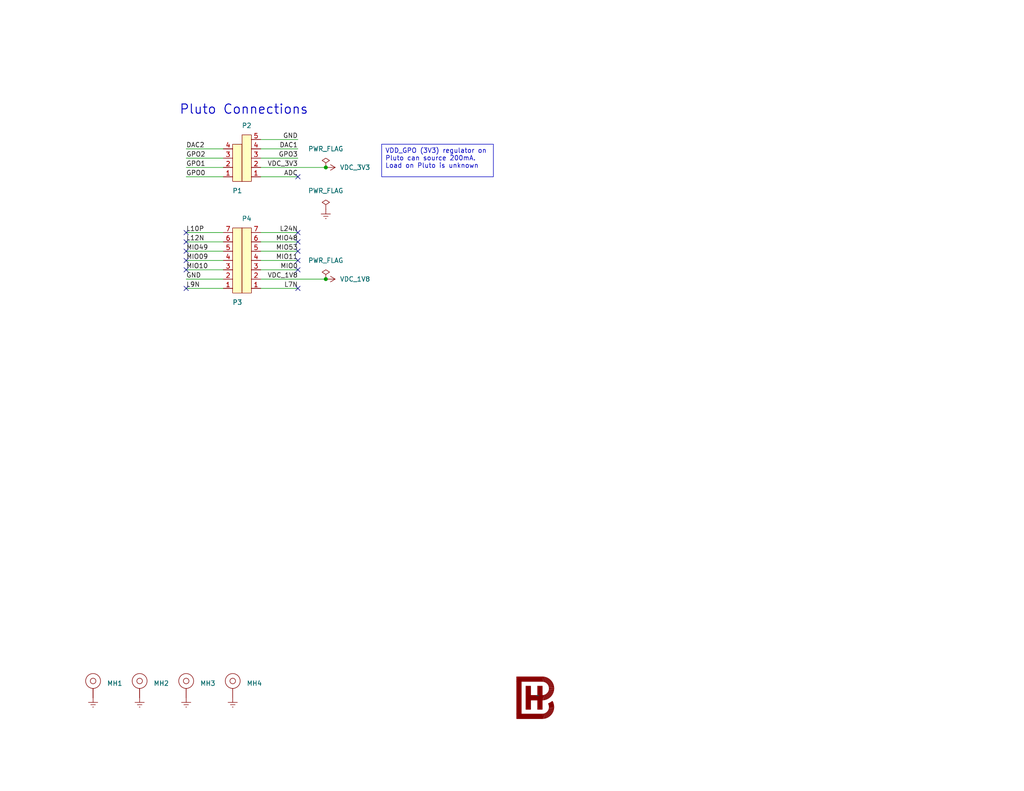
<source format=kicad_sch>
(kicad_sch (version 20231120) (generator "eeschema") (generator_version "8.0")
  (paper "A")
  (title_block (title "${PROJECT_NAME}") (rev "${PCB_REVISION}") (company "BRENDANHAINES.COM"))
  (lib_symbols
    (symbol "bh:GND" (power) (pin_names (offset 0))
      (symbol "GND_0_1"
        (polyline (pts (xy -0.635 -1.905) (xy 0.635 -1.905)))
        (polyline (pts (xy -0.127 -2.54) (xy 0.127 -2.54)))
        (polyline (pts (xy 0 -1.27) (xy 0 0)))
        (polyline (pts (xy 1.27 -1.27) (xy -1.27 -1.27)))
      )
      (symbol "GND_1_1"
        (pin power_in line (at 0 0 90) (length 0) hide (name "GND") (number "1"))
      )
    )
    (symbol "bh:Header_1_4" (pin_names (offset 1.016) hide)
      (property "Reference" "P" (at 0 0 0))
      (property "Value" "Header_1_4" (at 0 0 0))
      (symbol "Header_1_4_0_1"
        (rectangle (start 0 0) (end 2.54 -10.16) (fill (type background)))
      )
      (symbol "Header_1_4_1_1"
        (pin passive line (at -2.54 -1.27 0) (length 2.54) (name "~") (number "1"))
        (pin passive line (at -2.54 -3.81 0) (length 2.54) (name "~") (number "2"))
        (pin passive line (at -2.54 -6.35 0) (length 2.54) (name "~") (number "3"))
        (pin passive line (at -2.54 -8.89 0) (length 2.54) (name "~") (number "4"))
      )
    )
    (symbol "bh:Header_1_5" (pin_names (offset 1.016) hide)
      (property "Reference" "P" (at 0 0 0))
      (property "Value" "Header_1_5" (at 0 0 0))
      (symbol "Header_1_5_0_1"
        (rectangle (start 0 0) (end 2.54 -12.7) (fill (type background)))
      )
      (symbol "Header_1_5_1_1"
        (pin passive line (at -2.54 -1.27 0) (length 2.54) (name "~") (number "1"))
        (pin passive line (at -2.54 -3.81 0) (length 2.54) (name "~") (number "2"))
        (pin passive line (at -2.54 -6.35 0) (length 2.54) (name "~") (number "3"))
        (pin passive line (at -2.54 -8.89 0) (length 2.54) (name "~") (number "4"))
        (pin passive line (at -2.54 -11.43 0) (length 2.54) (name "~") (number "5"))
      )
    )
    (symbol "bh:Header_1_7" (pin_names (offset 1.016) hide)
      (property "Reference" "P" (at 0 0 0))
      (property "Value" "Header_1_7" (at 0 0 0))
      (symbol "Header_1_7_0_1"
        (rectangle (start 0 0) (end 2.54 -17.78) (fill (type background)))
      )
      (symbol "Header_1_7_1_1"
        (pin passive line (at -2.54 -1.27 0) (length 2.54) (name "~") (number "1"))
        (pin passive line (at -2.54 -3.81 0) (length 2.54) (name "~") (number "2"))
        (pin passive line (at -2.54 -6.35 0) (length 2.54) (name "~") (number "3"))
        (pin passive line (at -2.54 -8.89 0) (length 2.54) (name "~") (number "4"))
        (pin passive line (at -2.54 -11.43 0) (length 2.54) (name "~") (number "5"))
        (pin passive line (at -2.54 -13.97 0) (length 2.54) (name "~") (number "6"))
        (pin passive line (at -2.54 -16.51 0) (length 2.54) (name "~") (number "7"))
      )
    )
    (symbol "bh:LOGO_BH" (in_bom no)
      (symbol "LOGO_BH_0_1"
        (rectangle (start -5.08 -4.445) (end 1.905 -5.715) (fill (type outline)))
        (rectangle (start -5.08 4.445) (end -3.81 -4.445) (fill (type outline)))
        (rectangle (start -5.08 5.715) (end 1.905 4.445) (fill (type outline)))
        (rectangle (start -2.54 3.175) (end -1.27 -3.175) (fill (type outline)))
        (rectangle (start -1.27 0.635) (end 0.635 -0.635) (fill (type outline)))
        (polyline (pts (xy 1.905 0.635) (xy 1.905 -0.635)))
        (polyline (pts (xy 3.7084 -1.8542) (xy 3.7084 -1.6002)))
        (polyline (pts (xy 4.6482 -0.9906) (xy 4.572 -1.1684)))
        (polyline (pts (xy 4.7244 -1.1176) (xy 4.4704 -1.1684)))
        (polyline (pts (xy 4.8006 -1.2446) (xy 4.2418 -1.2954)))
        (polyline (pts (xy 4.8514 -1.3716) (xy 4.064 -1.4224)))
        (polyline (pts (xy 4.953 -2.54) (xy 4.9022 -1.778)))
        (polyline (pts (xy 3.81 -2.54) (xy 3.81 -2.3622) (xy 3.7846 -2.2098) (xy 3.7338 -2.032) (xy 3.683 -1.8796) (xy 3.6322 -1.7272) (xy 3.5814 -1.6002) (xy 3.7338 -1.524) (xy 3.8862 -1.4478) (xy 4.1148 -1.3208) (xy 4.2926 -1.2192) (xy 4.4704 -1.0922) (xy 4.6482 -0.9652) (xy 4.7498 -1.143) (xy 4.8514 -1.3462) (xy 4.9276 -1.5748) (xy 4.9784 -1.778) (xy 5.0292 -1.9812) (xy 5.0546 -2.1844) (xy 5.08 -2.54)))
        (rectangle (start 0.635 3.175) (end 1.905 -3.175) (fill (type outline)))
        (arc (start 1.905 -5.715) (mid 4.1501 -4.7851) (end 5.08 -2.54))
        (arc (start 1.905 -5.588) (mid 4.0603 -4.6953) (end 4.953 -2.54))
        (arc (start 1.905 -5.461) (mid 3.9705 -4.6055) (end 4.826 -2.54))
        (arc (start 1.905 -5.334) (mid 3.8807 -4.5157) (end 4.699 -2.54))
        (arc (start 1.905 -5.207) (mid 3.7909 -4.4259) (end 4.572 -2.54))
        (arc (start 1.905 -5.08) (mid 3.7011 -4.3361) (end 4.445 -2.54))
        (arc (start 1.905 -4.953) (mid 3.6112 -4.2462) (end 4.318 -2.54))
        (arc (start 1.905 -4.826) (mid 3.5214 -4.1564) (end 4.191 -2.54))
        (arc (start 1.905 -4.699) (mid 3.4316 -4.0666) (end 4.064 -2.54))
        (arc (start 1.905 -4.572) (mid 3.3418 -3.9768) (end 3.937 -2.54))
        (arc (start 1.905 -4.445) (mid 3.252 -3.887) (end 3.81 -2.54))
        (arc (start 1.905 -0.635) (mid 4.1501 0.2949) (end 5.08 2.54))
        (arc (start 1.905 -0.508) (mid 4.0603 0.3847) (end 4.953 2.54))
        (arc (start 1.905 -0.381) (mid 3.9705 0.4745) (end 4.826 2.54))
        (arc (start 1.905 -0.254) (mid 3.8807 0.5643) (end 4.699 2.54))
        (arc (start 1.905 -0.127) (mid 3.7909 0.6541) (end 4.572 2.54))
        (arc (start 1.905 0) (mid 3.7011 0.7439) (end 4.445 2.54))
        (arc (start 1.905 0.127) (mid 3.6112 0.8338) (end 4.318 2.54))
        (arc (start 1.905 0.254) (mid 3.5214 0.9236) (end 4.191 2.54))
        (arc (start 1.905 0.381) (mid 3.4316 1.0134) (end 4.064 2.54))
        (arc (start 1.905 0.508) (mid 3.3418 1.1032) (end 3.937 2.54))
        (arc (start 1.905 0.635) (mid 3.252 1.193) (end 3.81 2.54))
        (rectangle (start 3.81 -1.524) (end 4.826 -2.54) (fill (type outline)))
        (arc (start 3.81 2.54) (mid 3.252 3.887) (end 1.905 4.445))
        (arc (start 3.937 2.54) (mid 3.3418 3.9768) (end 1.905 4.572))
        (arc (start 4.064 2.54) (mid 3.4316 4.0666) (end 1.905 4.699))
        (arc (start 4.191 2.54) (mid 3.5214 4.1564) (end 1.905 4.826))
        (arc (start 4.318 2.54) (mid 3.6112 4.2462) (end 1.905 4.953))
        (arc (start 4.445 2.54) (mid 3.7011 4.3361) (end 1.905 5.08))
        (arc (start 4.572 2.54) (mid 3.7909 4.4259) (end 1.905 5.207))
        (arc (start 4.699 2.54) (mid 3.8807 4.5157) (end 1.905 5.334))
        (arc (start 4.826 2.54) (mid 3.9705 4.6055) (end 1.905 5.461))
        (arc (start 4.953 2.54) (mid 4.0603 4.6953) (end 1.905 5.588))
        (arc (start 5.08 2.54) (mid 4.1501 4.7851) (end 1.905 5.715))
      )
    )
    (symbol "bh:Mounting_Hole" (pin_numbers hide) (pin_names (offset 0.762) hide)
      (property "Reference" "MH" (at 0 7.62 0))
      (symbol "Mounting_Hole_0_1"
        (circle (center 0 4.572) (radius 0.762))
        (circle (center 0 4.572) (radius 2.032))
      )
      (symbol "Mounting_Hole_1_1"
        (pin passive line (at 0 0 90) (length 2.54) (name "1") (number "1"))
      )
    )
    (symbol "bh:PWR_FLAG" (power) (pin_numbers hide) (pin_names (offset 0) hide)
      (property "Value" "PWR_FLAG" (at 0 3.81 0))
      (symbol "PWR_FLAG_0_0"
        (pin power_out line (at 0 0 90) (length 0) (name "pwr") (number "1"))
      )
      (symbol "PWR_FLAG_0_1"
        (polyline (pts (xy 0 0) (xy 0 1.27) (xy -1.016 1.905) (xy 0 2.54) (xy 1.016 1.905) (xy 0 1.27)))
      )
    )
    (symbol "bh:VDC_1V8" (power) (pin_names (offset 0))
      (property "Value" "VDC_1V8" (at 0 3.556 0))
      (symbol "VDC_1V8_0_1"
        (polyline (pts (xy -0.762 1.27) (xy 0 2.54)))
        (polyline (pts (xy 0 0) (xy 0 2.54)))
        (polyline (pts (xy 0 2.54) (xy 0.762 1.27)))
      )
      (symbol "VDC_1V8_1_1"
        (pin power_in line (at 0 0 90) (length 0) hide (name "VDC_1V8") (number "1"))
      )
    )
    (symbol "bh:VDC_3V3" (power) (pin_names (offset 0))
      (property "Value" "VDC_3V3" (at 0 3.556 0))
      (symbol "VDC_3V3_0_1"
        (polyline (pts (xy -0.762 1.27) (xy 0 2.54)))
        (polyline (pts (xy 0 0) (xy 0 2.54)))
        (polyline (pts (xy 0 2.54) (xy 0.762 1.27)))
      )
      (symbol "VDC_3V3_1_1"
        (pin power_in line (at 0 0 90) (length 0) hide (name "VDC_3V3") (number "1"))
      )
    )
  )
  (junction (at 88.9 45.72))
  (junction (at 88.9 76.2))
  (no_connect (at 81.28 78.74))
  (no_connect (at 50.8 63.5))
  (no_connect (at 81.28 63.5))
  (no_connect (at 81.28 73.66))
  (no_connect (at 81.28 48.26))
  (no_connect (at 50.8 68.58))
  (no_connect (at 50.8 73.66))
  (no_connect (at 50.8 71.12))
  (no_connect (at 81.28 71.12))
  (no_connect (at 81.28 66.04))
  (no_connect (at 81.28 68.58))
  (no_connect (at 50.8 66.04))
  (no_connect (at 50.8 78.74))
  (wire (pts (xy 71.12 48.26) (xy 81.28 48.26)))
  (wire (pts (xy 71.12 68.58) (xy 81.28 68.58)))
  (wire (pts (xy 71.12 73.66) (xy 81.28 73.66)))
  (wire (pts (xy 50.8 40.64) (xy 60.96 40.64)))
  (wire (pts (xy 50.8 71.12) (xy 60.96 71.12)))
  (wire (pts (xy 50.8 43.18) (xy 60.96 43.18)))
  (wire (pts (xy 71.12 71.12) (xy 81.28 71.12)))
  (wire (pts (xy 71.12 38.1) (xy 81.28 38.1)))
  (wire (pts (xy 50.8 66.04) (xy 60.96 66.04)))
  (wire (pts (xy 50.8 73.66) (xy 60.96 73.66)))
  (wire (pts (xy 71.12 40.64) (xy 81.28 40.64)))
  (wire (pts (xy 50.8 48.26) (xy 60.96 48.26)))
  (wire (pts (xy 71.12 78.74) (xy 81.28 78.74)))
  (wire (pts (xy 50.8 63.5) (xy 60.96 63.5)))
  (wire (pts (xy 50.8 45.72) (xy 60.96 45.72)))
  (wire (pts (xy 71.12 66.04) (xy 81.28 66.04)))
  (wire (pts (xy 71.12 76.2) (xy 88.9 76.2)))
  (wire (pts (xy 71.12 45.72) (xy 88.9 45.72)))
  (wire (pts (xy 71.12 43.18) (xy 81.28 43.18)))
  (wire (pts (xy 71.12 63.5) (xy 81.28 63.5)))
  (wire (pts (xy 50.8 78.74) (xy 60.96 78.74)))
  (wire (pts (xy 50.8 76.2) (xy 60.96 76.2)))
  (wire (pts (xy 50.8 68.58) (xy 60.96 68.58)))
  (text_box "VDD_GPO (3V3) regulator on Pluto can source 200mA. Load on Pluto is unknown" (at 104.14 39.37 0) (size 30.48 8.89) (effects (font (size 1.27 1.27) (thickness 0.1588)) (justify left top)))
  (text "Pluto Connections" (at 66.548 31.496 0) (effects (font (size 2.54 2.54) (thickness 0.254) (bold yes)) (justify bottom)))
  (label "MIO0" (at 81.28 73.66 180))
  (label "MIO48" (at 81.28 66.04 180))
  (label "VDC_3V3" (at 81.28 45.72 180))
  (label "GND" (at 81.28 38.1 180))
  (label "DAC2" (at 50.8 40.64 0))
  (label "GPO1" (at 50.8 45.72 0))
  (label "GPO0" (at 50.8 48.26 0))
  (label "MIO09" (at 50.8 71.12 0))
  (label "L7N" (at 81.28 78.74 180))
  (label "VDC_1V8" (at 81.28 76.2 180))
  (label "L12N" (at 50.8 66.04 0))
  (label "L9N" (at 50.8 78.74 0))
  (label "MIO11" (at 81.28 71.12 180))
  (label "MIO49" (at 50.8 68.58 0))
  (label "L24N" (at 81.28 63.5 180))
  (label "GPO3" (at 81.28 43.18 180))
  (label "ADC" (at 81.28 48.26 180))
  (label "DAC1" (at 81.28 40.64 180))
  (label "GPO2" (at 50.8 43.18 0))
  (label "MIO10" (at 50.8 73.66 0))
  (label "GND" (at 50.8 76.2 0))
  (label "L10P" (at 50.8 63.5 0))
  (label "MIO53" (at 81.28 68.58 180))
  (symbol (lib_id "bh:PWR_FLAG") (at 88.9 57.15 0) (unit 1)
    (property "Reference" "#FLG01" (effects (hide yes)))
    (property "Value" "PWR_FLAG" (at 88.9 52.07 0))
    (property "Description" "Special symbol for telling ERC where power comes from" (effects (hide yes)))
  )
  (symbol (lib_id "bh:VDC_3V3") (at 88.9 45.72 270) (unit 1)
    (property "Reference" "#PWR05" (effects (hide yes)))
    (property "Value" "VDC_3V3" (at 92.71 45.7199 90) (effects (justify left)))
    (property "Description" "Power Symbol" (effects (hide yes)))
  )
  (symbol (lib_id "bh:LOGO_BH") (at 146.05 190.5 0) (unit 1) (in_bom no)
    (property "Reference" "LOGO1" (effects (hide yes)))
    (property "Value" "~" (at 146.685 189.865 0))
    (property "Footprint" "common:LOGO_BH" (effects (hide yes)))
  )
  (symbol (lib_id "bh:Header_1_7") (at 63.5 80.01 0) (mirror x) (unit 1)
    (property "Reference" "P3" (at 64.77 82.55 0))
    (property "Value" "Header_1_7" (effects (hide yes)))
    (property "Footprint" "common:PinHeader_1x07_P2.54mm_Vertical" (effects (hide yes)))
    (property "Description" "Header, 1x7" (effects (hide yes)))
    (property "mfr" "Samtec, Inc." (effects (hide yes)))
    (property "mpn" "TSW-107-05-G-S" (effects (hide yes)))
    (property "Supplier" "Samtec, Inc" (effects (hide yes)))
    (property "SupplierPartNumber" "TSW-107-05-G-S" (effects (hide yes)))
  )
  (symbol (lib_id "bh:Mounting_Hole") (at 63.5 190.5 0) (unit 1)
    (property "Reference" "MH4" (at 67.31 186.563 0) (effects (justify left)))
    (property "Value" "Mounting_Hole" (effects (hide yes)))
    (property "Footprint" "common:MH120X230_#4" (effects (hide yes)))
  )
  (symbol (lib_id "bh:Header_1_7") (at 68.58 80.01 180) (unit 1)
    (property "Reference" "P4" (at 67.31 59.69 0))
    (property "Value" "Header_1_7" (effects (hide yes)))
    (property "Footprint" "common:PinHeader_1x07_P2.54mm_Vertical" (effects (hide yes)))
    (property "Description" "Header, 1x7" (effects (hide yes)))
    (property "mfr" "Samtec, Inc." (effects (hide yes)))
    (property "mpn" "TSW-107-05-G-S" (effects (hide yes)))
    (property "Supplier" "Samtec, Inc" (effects (hide yes)))
    (property "SupplierPartNumber" "TSW-107-05-G-S" (effects (hide yes)))
  )
  (symbol (lib_id "bh:GND") (at 38.1 190.5 0) (unit 1)
    (property "Reference" "#PWR02" (effects (hide yes)))
    (property "Value" "GND" (effects (hide yes)))
  )
  (symbol (lib_id "bh:PWR_FLAG") (at 88.9 45.72 0) (unit 1)
    (property "Reference" "#FLG02" (effects (hide yes)))
    (property "Value" "PWR_FLAG" (at 88.9 40.64 0))
    (property "Description" "Special symbol for telling ERC where power comes from" (effects (hide yes)))
  )
  (symbol (lib_id "bh:Header_1_4") (at 63.5 49.53 0) (mirror x) (unit 1)
    (property "Reference" "P1" (at 64.77 52.07 0))
    (property "Value" "Header_1_4" (effects (hide yes)))
    (property "Footprint" "common:PinHeader_1x04_P2.54mm_Vertical" (effects (hide yes)))
    (property "Description" "Header, 1x4" (effects (hide yes)))
    (property "mfr" "Samtec, Inc." (effects (hide yes)))
    (property "mpn" "TSW-104-05-G-S" (effects (hide yes)))
    (property "Supplier" "Samtec, Inc" (effects (hide yes)))
    (property "SupplierPartNumber" "TSW-104-05-G-S" (effects (hide yes)))
  )
  (symbol (lib_id "bh:VDC_1V8") (at 88.9 76.2 270) (unit 1)
    (property "Reference" "#PWR06" (effects (hide yes)))
    (property "Value" "VDC_1V8" (at 92.71 76.1999 90) (effects (justify left)))
    (property "Description" "Power Symbol" (effects (hide yes)))
  )
  (symbol (lib_id "bh:GND") (at 25.4 190.5 0) (unit 1)
    (property "Reference" "#PWR01" (effects (hide yes)))
    (property "Value" "GND" (effects (hide yes)))
  )
  (symbol (lib_id "bh:Mounting_Hole") (at 50.8 190.5 0) (unit 1)
    (property "Reference" "MH3" (at 54.61 186.563 0) (effects (justify left)))
    (property "Value" "Mounting_Hole" (effects (hide yes)))
    (property "Footprint" "common:MH120X230_#4" (effects (hide yes)))
  )
  (symbol (lib_id "bh:Header_1_5") (at 68.58 49.53 180) (unit 1)
    (property "Reference" "P2" (at 67.31 34.29 0))
    (property "Value" "Header_1_5" (effects (hide yes)))
    (property "Footprint" "common:PinHeader_1x05_P2.54mm_Vertical" (effects (hide yes)))
    (property "Description" "Header, 1x5" (effects (hide yes)))
    (property "mfr" "Samtec, Inc." (effects (hide yes)))
    (property "mpn" "TSW-105-05-G-S" (effects (hide yes)))
    (property "Supplier" "Samtec, Inc" (effects (hide yes)))
    (property "SupplierPartNumber" "TSW-105-05-G-S" (effects (hide yes)))
  )
  (symbol (lib_id "bh:GND") (at 88.9 57.15 0) (unit 1)
    (property "Reference" "#PWR07" (effects (hide yes)))
    (property "Value" "GND" (effects (hide yes)))
  )
  (symbol (lib_id "bh:Mounting_Hole") (at 25.4 190.5 0) (unit 1)
    (property "Reference" "MH1" (at 29.21 186.563 0) (effects (justify left)))
    (property "Value" "Mounting_Hole" (effects (hide yes)))
    (property "Footprint" "common:MH120X230_#4" (effects (hide yes)))
  )
  (symbol (lib_id "bh:PWR_FLAG") (at 88.9 76.2 0) (unit 1)
    (property "Reference" "#FLG03" (effects (hide yes)))
    (property "Value" "PWR_FLAG" (at 88.9 71.12 0))
    (property "Description" "Special symbol for telling ERC where power comes from" (effects (hide yes)))
  )
  (symbol (lib_id "bh:GND") (at 63.5 190.5 0) (unit 1)
    (property "Reference" "#PWR04" (effects (hide yes)))
    (property "Value" "GND" (effects (hide yes)))
  )
  (symbol (lib_id "bh:GND") (at 50.8 190.5 0) (unit 1)
    (property "Reference" "#PWR03" (effects (hide yes)))
    (property "Value" "GND" (effects (hide yes)))
  )
  (symbol (lib_id "bh:Mounting_Hole") (at 38.1 190.5 0) (unit 1)
    (property "Reference" "MH2" (at 41.91 186.563 0) (effects (justify left)))
    (property "Value" "Mounting_Hole" (effects (hide yes)))
    (property "Footprint" "common:MH120X230_#4" (effects (hide yes)))
  )
)
</source>
